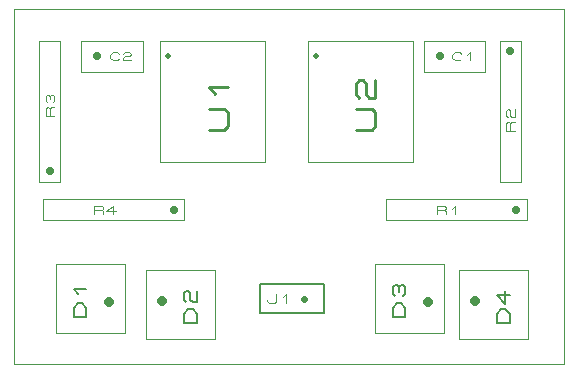
<source format=gbr>
G04 PROTEUS GERBER X2 FILE*
%TF.GenerationSoftware,Labcenter,Proteus,8.17-SP2-Build37159*%
%TF.CreationDate,2024-06-30T12:35:40+00:00*%
%TF.FileFunction,AssemblyDrawing,Top*%
%TF.FilePolarity,Positive*%
%TF.Part,Single*%
%TF.SameCoordinates,{19548e37-bc0f-4651-8564-f809119557b0}*%
%FSLAX45Y45*%
%MOMM*%
G01*
%TA.AperFunction,Profile*%
%ADD17C,0.101600*%
%TA.AperFunction,Material*%
%ADD18C,0.101600*%
%ADD19C,0.508000*%
%ADD25C,0.267200*%
%ADD26C,0.711200*%
%ADD27C,0.117340*%
%ADD28C,0.113450*%
%ADD29C,0.812800*%
%ADD72C,0.171190*%
%ADD70C,0.152400*%
%ADD73C,0.558800*%
%ADD30C,0.114270*%
%TD.AperFunction*%
D17*
X-14850000Y+9550000D02*
X-10200000Y+9550000D01*
X-10200000Y+12550000D01*
X-14850000Y+12550000D01*
X-14850000Y+9550000D01*
D18*
X-13613500Y+11255920D02*
X-12724500Y+11255920D01*
X-12724500Y+12282080D01*
X-13613500Y+12282080D01*
X-13613500Y+11255920D01*
D19*
X-13550000Y+12150000D02*
X-13550000Y+12150000D01*
D25*
X-13204712Y+11528513D02*
X-13071108Y+11528513D01*
X-13044387Y+11558573D01*
X-13044387Y+11678817D01*
X-13071108Y+11708878D01*
X-13204712Y+11708878D01*
X-13151270Y+11829121D02*
X-13204712Y+11889243D01*
X-13044387Y+11889243D01*
D18*
X-12363500Y+11255920D02*
X-11474500Y+11255920D01*
X-11474500Y+12282080D01*
X-12363500Y+12282080D01*
X-12363500Y+11255920D01*
D19*
X-12300000Y+12150000D02*
X-12300000Y+12150000D01*
D25*
X-11954712Y+11528513D02*
X-11821108Y+11528513D01*
X-11794387Y+11558573D01*
X-11794387Y+11678817D01*
X-11821108Y+11708878D01*
X-11954712Y+11708878D01*
X-11927991Y+11799060D02*
X-11954712Y+11829121D01*
X-11954712Y+11919304D01*
X-11927991Y+11949365D01*
X-11901270Y+11949365D01*
X-11874550Y+11919304D01*
X-11874550Y+11829121D01*
X-11847829Y+11799060D01*
X-11794387Y+11799060D01*
X-11794387Y+11949365D01*
D18*
X-14638900Y+11088280D02*
X-14461100Y+11088280D01*
X-14461100Y+12282080D01*
X-14638900Y+12282080D01*
X-14638900Y+11088280D01*
D26*
X-14550000Y+11177180D02*
X-14550000Y+11177180D01*
D27*
X-14514796Y+11641798D02*
X-14585204Y+11641798D01*
X-14585204Y+11707805D01*
X-14573469Y+11721007D01*
X-14561735Y+11721007D01*
X-14550000Y+11707805D01*
X-14550000Y+11641798D01*
X-14550000Y+11707805D02*
X-14538265Y+11721007D01*
X-14514796Y+11721007D01*
X-14573469Y+11760611D02*
X-14585204Y+11773813D01*
X-14585204Y+11813417D01*
X-14573469Y+11826619D01*
X-14561735Y+11826619D01*
X-14550000Y+11813417D01*
X-14538265Y+11826619D01*
X-14526531Y+11826619D01*
X-14514796Y+11813417D01*
X-14514796Y+11773813D01*
X-14526531Y+11760611D01*
X-14550000Y+11787014D02*
X-14550000Y+11813417D01*
D18*
X-14282080Y+12017920D02*
X-13763920Y+12017920D01*
X-13763920Y+12282080D01*
X-14282080Y+12282080D01*
X-14282080Y+12017920D01*
D26*
X-14150000Y+12150000D02*
X-14150000Y+12150000D01*
D28*
X-13964707Y+12127309D02*
X-13977471Y+12115964D01*
X-14015761Y+12115964D01*
X-14041287Y+12138655D01*
X-14041287Y+12161345D01*
X-14015761Y+12184036D01*
X-13977471Y+12184036D01*
X-13964707Y+12172691D01*
X-13926417Y+12172691D02*
X-13913654Y+12184036D01*
X-13875364Y+12184036D01*
X-13862600Y+12172691D01*
X-13862600Y+12161345D01*
X-13875364Y+12150000D01*
X-13913654Y+12150000D01*
X-13926417Y+12138655D01*
X-13926417Y+12115964D01*
X-13862600Y+12115964D01*
D18*
X-10738900Y+11088280D02*
X-10561100Y+11088280D01*
X-10561100Y+12282080D01*
X-10738900Y+12282080D01*
X-10738900Y+11088280D01*
D26*
X-10650000Y+12193180D02*
X-10650000Y+12193180D01*
D27*
X-10614796Y+11517338D02*
X-10685204Y+11517338D01*
X-10685204Y+11583345D01*
X-10673469Y+11596547D01*
X-10661735Y+11596547D01*
X-10650000Y+11583345D01*
X-10650000Y+11517338D01*
X-10650000Y+11583345D02*
X-10638265Y+11596547D01*
X-10614796Y+11596547D01*
X-10673469Y+11636151D02*
X-10685204Y+11649353D01*
X-10685204Y+11688957D01*
X-10673469Y+11702159D01*
X-10661735Y+11702159D01*
X-10650000Y+11688957D01*
X-10650000Y+11649353D01*
X-10638265Y+11636151D01*
X-10614796Y+11636151D01*
X-10614796Y+11702159D01*
D18*
X-11382080Y+12017920D02*
X-10863920Y+12017920D01*
X-10863920Y+12282080D01*
X-11382080Y+12282080D01*
X-11382080Y+12017920D01*
D26*
X-11250000Y+12150000D02*
X-11250000Y+12150000D01*
D28*
X-11064707Y+12127309D02*
X-11077471Y+12115964D01*
X-11115761Y+12115964D01*
X-11141287Y+12138655D01*
X-11141287Y+12161345D01*
X-11115761Y+12184036D01*
X-11077471Y+12184036D01*
X-11064707Y+12172691D01*
X-11013654Y+12161345D02*
X-10988127Y+12184036D01*
X-10988127Y+12115964D01*
D18*
X-11704900Y+10761100D02*
X-10511100Y+10761100D01*
X-10511100Y+10938900D01*
X-11704900Y+10938900D01*
X-11704900Y+10761100D01*
D26*
X-10600000Y+10850000D02*
X-10600000Y+10850000D01*
D27*
X-11275842Y+10814796D02*
X-11275842Y+10885204D01*
X-11209835Y+10885204D01*
X-11196633Y+10873469D01*
X-11196633Y+10861735D01*
X-11209835Y+10850000D01*
X-11275842Y+10850000D01*
X-11209835Y+10850000D02*
X-11196633Y+10838265D01*
X-11196633Y+10814796D01*
X-11143827Y+10861735D02*
X-11117424Y+10885204D01*
X-11117424Y+10814796D01*
D18*
X-14495580Y+9809170D02*
X-13913920Y+9809170D01*
X-13913920Y+10390830D01*
X-14495580Y+10390830D01*
X-14495580Y+9809170D01*
D29*
X-14046000Y+10068250D02*
X-14046000Y+10068250D01*
D72*
X-14239751Y+9945924D02*
X-14342468Y+9945924D01*
X-14342468Y+10022962D01*
X-14308229Y+10061481D01*
X-14273990Y+10061481D01*
X-14239751Y+10022962D01*
X-14239751Y+9945924D01*
X-14308229Y+10138519D02*
X-14342468Y+10177038D01*
X-14239751Y+10177038D01*
D18*
X-13736080Y+9759170D02*
X-13154420Y+9759170D01*
X-13154420Y+10340830D01*
X-13736080Y+10340830D01*
X-13736080Y+9759170D01*
D29*
X-13604000Y+10081750D02*
X-13604000Y+10081750D01*
D72*
X-13307531Y+9895924D02*
X-13410248Y+9895924D01*
X-13410248Y+9972962D01*
X-13376009Y+10011481D01*
X-13341770Y+10011481D01*
X-13307531Y+9972962D01*
X-13307531Y+9895924D01*
X-13393129Y+10069259D02*
X-13410248Y+10088519D01*
X-13410248Y+10146297D01*
X-13393129Y+10165557D01*
X-13376009Y+10165557D01*
X-13358890Y+10146297D01*
X-13358890Y+10088519D01*
X-13341770Y+10069259D01*
X-13307531Y+10069259D01*
X-13307531Y+10165557D01*
D18*
X-11795580Y+9809170D02*
X-11213920Y+9809170D01*
X-11213920Y+10390830D01*
X-11795580Y+10390830D01*
X-11795580Y+9809170D01*
D29*
X-11346000Y+10068250D02*
X-11346000Y+10068250D01*
D72*
X-11539751Y+9945924D02*
X-11642468Y+9945924D01*
X-11642468Y+10022962D01*
X-11608229Y+10061481D01*
X-11573990Y+10061481D01*
X-11539751Y+10022962D01*
X-11539751Y+9945924D01*
X-11625349Y+10119259D02*
X-11642468Y+10138519D01*
X-11642468Y+10196297D01*
X-11625349Y+10215557D01*
X-11608229Y+10215557D01*
X-11591110Y+10196297D01*
X-11573990Y+10215557D01*
X-11556870Y+10215557D01*
X-11539751Y+10196297D01*
X-11539751Y+10138519D01*
X-11556870Y+10119259D01*
X-11591110Y+10157778D02*
X-11591110Y+10196297D01*
D18*
X-11086080Y+9759170D02*
X-10504420Y+9759170D01*
X-10504420Y+10340830D01*
X-11086080Y+10340830D01*
X-11086080Y+9759170D01*
D29*
X-10954000Y+10081750D02*
X-10954000Y+10081750D01*
D72*
X-10657531Y+9895924D02*
X-10760248Y+9895924D01*
X-10760248Y+9972962D01*
X-10726009Y+10011481D01*
X-10691770Y+10011481D01*
X-10657531Y+9972962D01*
X-10657531Y+9895924D01*
X-10691770Y+10165557D02*
X-10691770Y+10050000D01*
X-10760248Y+10127038D01*
X-10657531Y+10127038D01*
D18*
X-14604900Y+10761100D02*
X-13411100Y+10761100D01*
X-13411100Y+10938900D01*
X-14604900Y+10938900D01*
X-14604900Y+10761100D01*
D26*
X-13500000Y+10850000D02*
X-13500000Y+10850000D01*
D27*
X-14175842Y+10814796D02*
X-14175842Y+10885204D01*
X-14109835Y+10885204D01*
X-14096633Y+10873469D01*
X-14096633Y+10861735D01*
X-14109835Y+10850000D01*
X-14175842Y+10850000D01*
X-14109835Y+10850000D02*
X-14096633Y+10838265D01*
X-14096633Y+10814796D01*
X-13991021Y+10838265D02*
X-14070230Y+10838265D01*
X-14017424Y+10885204D01*
X-14017424Y+10814796D01*
D70*
X-12225680Y+9974600D02*
X-12225680Y+10226060D01*
X-12774320Y+10226060D01*
X-12774320Y+9974600D01*
X-12225680Y+9974600D01*
X-12225680Y+10226060D01*
X-12774320Y+10226060D01*
X-12774320Y+9974600D01*
X-12225680Y+9974600D01*
D73*
X-12400000Y+10100000D02*
X-12400000Y+10100000D01*
D30*
X-12707786Y+10088902D02*
X-12707786Y+10077475D01*
X-12694931Y+10066047D01*
X-12643508Y+10066047D01*
X-12630652Y+10077475D01*
X-12630652Y+10134612D01*
X-12579229Y+10111757D02*
X-12553517Y+10134612D01*
X-12553517Y+10066047D01*
M02*

</source>
